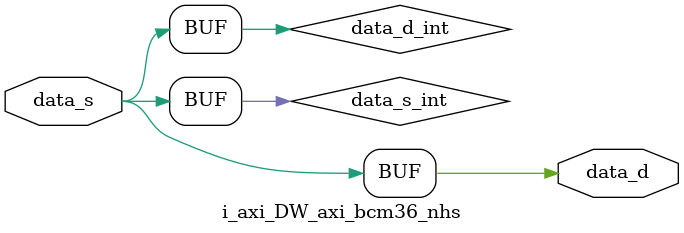
<source format=v>


//
// Description : DW_axi_bcm36_nhs.v Verilog module for DW_axi
//
// DesignWare IP ID: e3faf16b
//
////////////////////////////////////////////////////////////////////////////////



module i_axi_DW_axi_bcm36_nhs (
`ifndef SYNTHESIS
    clk_d,
    rst_d_n,
`endif
    data_s,
    data_d
    );

parameter integer WIDTH        = 1;  // RANGE 1 to 1024
// spyglass disable_block W175
// SMD: A parameter is declared but not used
// SJ: The following parameter(s) are not used in certain GCCM or GSCM configurations.
parameter integer DATA_DELAY   = 0;  // RANGE 0 to 3
// spyglass enable_block W175
// spyglass disable_block W175
// SMD: A parameter is declared but not used
// SJ: The following parameter(s) are not used in certain GCCM or GSCM configurations.
parameter integer SVA_TYPE     = 1;
// spyglass enable_block W175

`ifndef SYNTHESIS
`endif



`ifndef SYNTHESIS
input                   clk_d;      // clock input from destination domain
input                   rst_d_n;    // active low asynchronous reset from destination domain
`endif
input  [WIDTH-1:0]      data_s;     // data to be synchronized from source domain
output [WIDTH-1:0]      data_d;     // data synchronized to destination domain

wire   [WIDTH-1:0]      data_s_int;
wire   [WIDTH-1:0]      data_d_int;

`ifndef SYNTHESIS
`endif



`ifdef SYNTHESIS
  assign data_s_int = data_s;
`else
  assign data_s_int = data_s;
`endif


// spyglass disable_block Ac_conv04
// SMD: Checks all the control-bus clock domain crossings which do not follow gray encoding
// SJ: The clock domain crossing bus is between the register file and the read-mux of a RAM, which do not need a gray encoding.
  assign data_d_int = data_s_int;

assign data_d = data_d_int;


// spyglass enable_block Ac_conv04

`ifndef SYNTHESIS


`endif

endmodule

</source>
